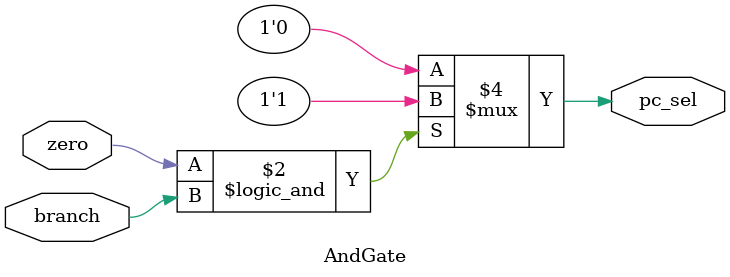
<source format=sv>
module AndGate(
	input zero, 
	input branch,
	output reg pc_sel);

	always @(branch, zero) 
	begin
		if (zero && branch)
        pc_sel <= 1;
		else
        pc_sel <= 0;
	end

endmodule 
</source>
